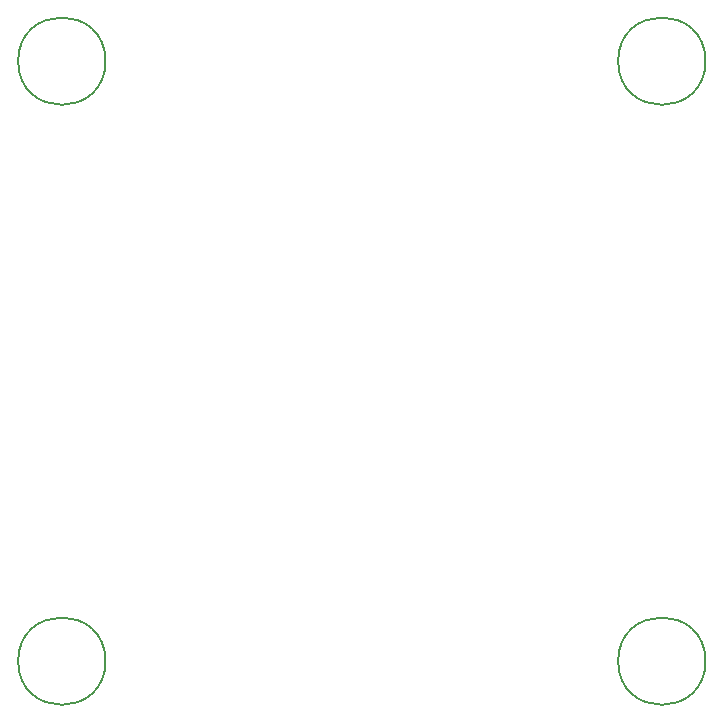
<source format=gbr>
G04 #@! TF.GenerationSoftware,KiCad,Pcbnew,(5.1.9)-1*
G04 #@! TF.CreationDate,2021-01-27T23:50:11-05:00*
G04 #@! TF.ProjectId,Receiver_Out,52656365-6976-4657-925f-4f75742e6b69,v1*
G04 #@! TF.SameCoordinates,Original*
G04 #@! TF.FileFunction,Other,Comment*
%FSLAX46Y46*%
G04 Gerber Fmt 4.6, Leading zero omitted, Abs format (unit mm)*
G04 Created by KiCad (PCBNEW (5.1.9)-1) date 2021-01-27 23:50:11*
%MOMM*%
%LPD*%
G01*
G04 APERTURE LIST*
%ADD10C,0.150000*%
G04 APERTURE END LIST*
D10*
X127231000Y-91439800D02*
G75*
G03*
X127231000Y-91439800I-3700000J0D01*
G01*
X76431000Y-91439800D02*
G75*
G03*
X76431000Y-91439800I-3700000J0D01*
G01*
X127231000Y-142239800D02*
G75*
G03*
X127231000Y-142239800I-3700000J0D01*
G01*
X76431000Y-142239800D02*
G75*
G03*
X76431000Y-142239800I-3700000J0D01*
G01*
M02*

</source>
